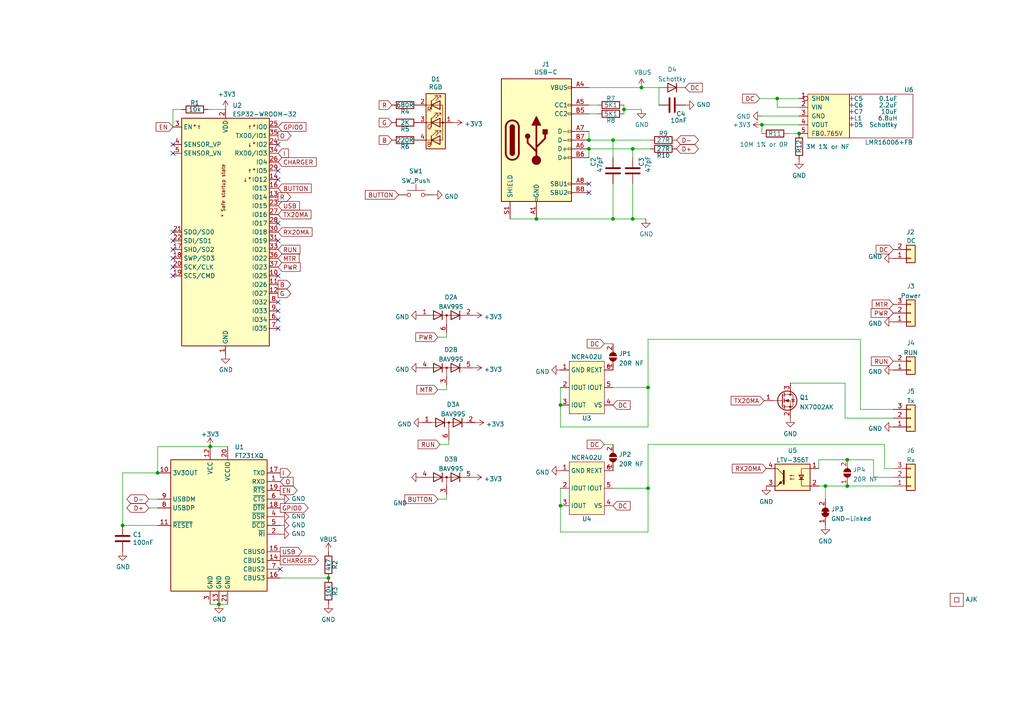
<source format=kicad_sch>
(kicad_sch (version 20211123) (generator eeschema)
  (paper "A4")
  (title_block (title "ASR33 controller") (date "${DATE}") (rev "1") (comment 1 "@TheRealRevK") (comment 2 "www.me.uk"))
  (lib_symbols
    (symbol "Connector:USB_C_Receptacle_USB2.0" (pin_names (offset 1.016))
      (property "Reference" "J" (at -10.16 19.05 0))
      (property "Value" "USB_C_Receptacle_USB2.0" (at 19.05 19.05 0))
      (symbol "USB_C_Receptacle_USB2.0_1_1"
        (pin passive line (at 0 -22.86 90) (length 5.08) (name "GND") (number "A1"))
        (pin passive line (at 0 -22.86 90) (length 5.08) hide (name "GND") (number "A12"))
        (pin passive line (at 15.24 15.24 180) (length 5.08) (name "VBUS") (number "A4"))
        (pin bidirectional line (at 15.24 10.16 180) (length 5.08) (name "CC1") (number "A5"))
        (pin bidirectional line (at 15.24 -2.54 180) (length 5.08) (name "D+") (number "A6"))
        (pin bidirectional line (at 15.24 2.54 180) (length 5.08) (name "D-") (number "A7"))
        (pin bidirectional line (at 15.24 -12.7 180) (length 5.08) (name "SBU1") (number "A8"))
        (pin passive line (at 15.24 15.24 180) (length 5.08) hide (name "VBUS") (number "A9"))
        (pin passive line (at 0 -22.86 90) (length 5.08) hide (name "GND") (number "B1"))
        (pin passive line (at 0 -22.86 90) (length 5.08) hide (name "GND") (number "B12"))
        (pin passive line (at 15.24 15.24 180) (length 5.08) hide (name "VBUS") (number "B4"))
        (pin bidirectional line (at 15.24 7.62 180) (length 5.08) (name "CC2") (number "B5"))
        (pin bidirectional line (at 15.24 -5.08 180) (length 5.08) (name "D+") (number "B6"))
        (pin bidirectional line (at 15.24 0 180) (length 5.08) (name "D-") (number "B7"))
        (pin bidirectional line (at 15.24 -15.24 180) (length 5.08) (name "SBU2") (number "B8"))
        (pin passive line (at 15.24 15.24 180) (length 5.08) hide (name "VBUS") (number "B9"))
        (pin passive line (at -7.62 -22.86 90) (length 5.08) (name "SHIELD") (number "S1"))
      )
    )
    (symbol "Connector_Generic:Conn_01x02" (pin_names (offset 1.016) hide)
      (property "Reference" "J" (at 0 2.54 0))
      (property "Value" "Conn_01x02" (at 0 -5.08 0))
      (symbol "Conn_01x02_1_1"
        (pin passive line (at -5.08 0 0) (length 3.81) (name "Pin_1") (number "1"))
        (pin passive line (at -5.08 -2.54 0) (length 3.81) (name "Pin_2") (number "2"))
      )
    )
    (symbol "Connector_Generic:Conn_01x03" (pin_names (offset 1.016) hide)
      (property "Reference" "J" (at 0 5.08 0))
      (property "Value" "Conn_01x03" (at 0 -5.08 0))
      (symbol "Conn_01x03_1_1"
        (pin passive line (at -5.08 2.54 0) (length 3.81) (name "Pin_1") (number "1"))
        (pin passive line (at -5.08 0 0) (length 3.81) (name "Pin_2") (number "2"))
        (pin passive line (at -5.08 -2.54 0) (length 3.81) (name "Pin_3") (number "3"))
      )
    )
    (symbol "Device:C" (pin_numbers hide) (pin_names (offset 0.254))
      (property "Reference" "C" (at 0.635 2.54 0))
      (property "Value" "C" (at 0.635 -2.54 0))
      (symbol "C_1_1"
        (pin passive line (at 0 3.81 270) (length 2.794) (name "~") (number "1"))
        (pin passive line (at 0 -3.81 90) (length 2.794) (name "~") (number "2"))
      )
    )
    (symbol "Device:D" (pin_numbers hide) (pin_names (offset 1.016) hide)
      (property "Reference" "D" (at 0 2.54 0))
      (property "Value" "D" (at 0 -2.54 0))
      (symbol "D_1_1"
        (pin passive line (at -3.81 0 0) (length 2.54) (name "K") (number "1"))
        (pin passive line (at 3.81 0 180) (length 2.54) (name "A") (number "2"))
      )
    )
    (symbol "Device:LED_ARGB" (pin_names (offset 0) hide)
      (property "Reference" "D" (at 0 9.398 0))
      (property "Value" "LED_ARGB" (at 0 -8.89 0))
      (symbol "LED_ARGB_0_0"
        (text "B" (at -1.905 -6.35 0) (effects (font (size 1.27 1.27))))
        (text "G" (at -1.905 -1.27 0) (effects (font (size 1.27 1.27))))
        (text "R" (at -1.905 3.81 0) (effects (font (size 1.27 1.27))))
      )
      (symbol "LED_ARGB_1_1"
        (pin passive line (at 5.08 0 180) (length 2.54) (name "A") (number "1"))
        (pin passive line (at -5.08 5.08 0) (length 2.54) (name "RK") (number "2"))
        (pin passive line (at -5.08 0 0) (length 2.54) (name "GK") (number "3"))
        (pin passive line (at -5.08 -5.08 0) (length 2.54) (name "BK") (number "4"))
      )
    )
    (symbol "Device:R" (pin_numbers hide) (pin_names (offset 0))
      (property "Reference" "R" (at 2.032 0 90))
      (property "Value" "R" (at 0 0 90))
      (symbol "R_1_1"
        (pin passive line (at 0 3.81 270) (length 1.27) (name "~") (number "1"))
        (pin passive line (at 0 -3.81 90) (length 1.27) (name "~") (number "2"))
      )
    )
    (symbol "Diode:BAV99S" (pin_names (offset 0.0254) hide)
      (property "Reference" "D" (at 0 2.54 0))
      (property "Value" "BAV99S" (at 0 5.08 0))
      (symbol "BAV99S_1_1"
        (pin passive line (at -7.62 0 0) (length 2.54) (name "A1") (number "1"))
        (pin passive line (at 7.62 0 180) (length 2.54) (name "K2") (number "2"))
        (pin passive line (at 0 -5.08 90) (length 2.54) (name "K3A4") (number "6"))
      )
      (symbol "BAV99S_2_1"
        (pin passive line (at 0 -5.08 90) (length 2.54) (name "K1A2") (number "3"))
        (pin passive line (at -7.62 0 0) (length 2.54) (name "A3") (number "4"))
        (pin passive line (at 7.62 0 180) (length 2.54) (name "K4") (number "5"))
      )
    )
    (symbol "Isolator:LTV-356T" (pin_names (offset 1.016))
      (property "Reference" "U" (at -5.334 4.826 0))
      (property "Value" "LTV-356T" (at 0 5.08 0))
      (symbol "LTV-356T_1_1"
        (pin passive line (at -7.62 2.54 0) (length 2.54) (name "~") (number "1"))
        (pin passive line (at -7.62 -2.54 0) (length 2.54) (name "~") (number "2"))
        (pin passive line (at 7.62 -2.54 180) (length 2.54) (name "~") (number "3"))
        (pin passive line (at 7.62 2.54 180) (length 2.54) (name "~") (number "4"))
      )
    )
    (symbol "Jumper:SolderJumper_2_Bridged" (pin_names (offset 0) hide)
      (property "Reference" "JP" (at 0 2.032 0))
      (property "Value" "SolderJumper_2_Bridged" (at 0 -2.54 0))
      (symbol "SolderJumper_2_Bridged_1_1"
        (pin passive line (at -3.81 0 0) (length 2.54) (name "A") (number "1"))
        (pin passive line (at 3.81 0 180) (length 2.54) (name "B") (number "2"))
      )
    )
    (symbol "Jumper:SolderJumper_2_Open" (pin_names (offset 0) hide)
      (property "Reference" "JP" (at 0 2.032 0))
      (property "Value" "SolderJumper_2_Open" (at 0 -2.54 0))
      (symbol "SolderJumper_2_Open_1_1"
        (pin passive line (at -3.81 0 0) (length 2.54) (name "A") (number "1"))
        (pin passive line (at 3.81 0 180) (length 2.54) (name "B") (number "2"))
      )
    )
    (symbol "RevK:AJK" (pin_names (offset 1.016)) (in_bom no)
      (property "Value" "AJK" (at 0 0 0))
    )
    (symbol "RevK:ESP32-WROOM-32"
      (property "Reference" "U" (at -12.7 34.29 0))
      (property "Value" "ESP32-WROOM-32" (at 1.27 34.29 0))
      (symbol "ESP32-WROOM-32_0_0"
        (text "* Safe startup state" (at -0.635 12.065 900) (effects (font (size 1 1))))
        (text "*↑" (at -9.525 30.48 0) (effects (font (size 1.27 1.27)) (justify left)))
        (text "↑*" (at 8.89 17.78 0) (effects (font (size 1.27 1.27)) (justify right)))
        (text "↑*" (at 8.89 30.48 0) (effects (font (size 1.27 1.27)) (justify right)))
        (text "↓*" (at 7.62 15.24 0) (effects (font (size 1.27 1.27)) (justify right)))
        (text "↓*" (at 8.89 25.4 0) (effects (font (size 1.27 1.27)) (justify right)))
      )
      (symbol "ESP32-WROOM-32_1_1"
        (pin power_in line (at 0 -35.56 90) (length 2.54) (name "GND") (number "1"))
        (pin bidirectional line (at 15.24 -12.7 180) (length 2.54) (name "IO25") (number "10"))
        (pin bidirectional line (at 15.24 -15.24 180) (length 2.54) (name "IO26") (number "11"))
        (pin bidirectional line (at 15.24 -17.78 180) (length 2.54) (name "IO27") (number "12"))
        (pin bidirectional line (at 15.24 10.16 180) (length 2.54) (name "IO14") (number "13"))
        (pin bidirectional line (at 15.24 15.24 180) (length 2.54) (name "IO12") (number "14"))
        (pin passive line (at 0 -35.56 90) (length 2.54) hide (name "GND") (number "15"))
        (pin bidirectional line (at 15.24 12.7 180) (length 2.54) (name "IO13") (number "16"))
        (pin bidirectional line (at -15.24 -5.08 0) (length 2.54) (name "SHD/SD2") (number "17"))
        (pin bidirectional line (at -15.24 -7.62 0) (length 2.54) (name "SWP/SD3") (number "18"))
        (pin bidirectional line (at -15.24 -12.7 0) (length 2.54) (name "SCS/CMD") (number "19"))
        (pin power_in line (at 0 35.56 270) (length 2.54) (name "VDD") (number "2"))
        (pin bidirectional line (at -15.24 -10.16 0) (length 2.54) (name "SCK/CLK") (number "20"))
        (pin bidirectional line (at -15.24 0 0) (length 2.54) (name "SDO/SD0") (number "21"))
        (pin bidirectional line (at -15.24 -2.54 0) (length 2.54) (name "SDI/SD1") (number "22"))
        (pin bidirectional line (at 15.24 7.62 180) (length 2.54) (name "IO15") (number "23"))
        (pin bidirectional line (at 15.24 25.4 180) (length 2.54) (name "IO2") (number "24"))
        (pin bidirectional line (at 15.24 30.48 180) (length 2.54) (name "IO0") (number "25"))
        (pin bidirectional line (at 15.24 20.32 180) (length 2.54) (name "IO4") (number "26"))
        (pin bidirectional line (at 15.24 5.08 180) (length 2.54) (name "IO16") (number "27"))
        (pin bidirectional line (at 15.24 2.54 180) (length 2.54) (name "IO17") (number "28"))
        (pin bidirectional line (at 15.24 17.78 180) (length 2.54) (name "IO5") (number "29"))
        (pin input line (at -15.24 30.48 0) (length 2.54) (name "EN") (number "3"))
        (pin bidirectional line (at 15.24 0 180) (length 2.54) (name "IO18") (number "30"))
        (pin bidirectional line (at 15.24 -2.54 180) (length 2.54) (name "IO19") (number "31"))
        (pin no_connect line (at -12.7 -27.94 0) (length 2.54) hide (name "NC") (number "32"))
        (pin bidirectional line (at 15.24 -5.08 180) (length 2.54) (name "IO21") (number "33"))
        (pin bidirectional line (at 15.24 22.86 180) (length 2.54) (name "RXD0/IO3") (number "34"))
        (pin bidirectional line (at 15.24 27.94 180) (length 2.54) (name "TXD0/IO1") (number "35"))
        (pin bidirectional line (at 15.24 -7.62 180) (length 2.54) (name "IO22") (number "36"))
        (pin bidirectional line (at 15.24 -10.16 180) (length 2.54) (name "IO23") (number "37"))
        (pin passive line (at 0 -35.56 90) (length 2.54) hide (name "GND") (number "38"))
        (pin passive line (at 0 -35.56 90) (length 2.54) hide (name "GND") (number "39"))
        (pin input line (at -15.24 25.4 0) (length 2.54) (name "SENSOR_VP") (number "4"))
        (pin input line (at -15.24 22.86 0) (length 2.54) (name "SENSOR_VN") (number "5"))
        (pin input line (at 15.24 -25.4 180) (length 2.54) (name "IO34") (number "6"))
        (pin input line (at 15.24 -27.94 180) (length 2.54) (name "IO35") (number "7"))
        (pin bidirectional line (at 15.24 -20.32 180) (length 2.54) (name "IO32") (number "8"))
        (pin bidirectional line (at 15.24 -22.86 180) (length 2.54) (name "IO33") (number "9"))
      )
    )
    (symbol "RevK:FT231XQ"
      (property "Reference" "U" (at -13.97 20.32 0))
      (property "Value" "FT231XQ" (at 6.35 20.32 0))
      (symbol "FT231XQ_1_1"
        (pin input line (at 17.78 12.7 180) (length 3.81) (name "RXD") (number "1"))
        (pin power_out line (at -17.78 15.24 0) (length 3.81) (name "3V3OUT") (number "10"))
        (pin input line (at -17.78 0 0) (length 3.81) (name "~{RESET}") (number "11"))
        (pin power_in line (at -2.54 22.86 270) (length 3.81) (name "VCC") (number "12"))
        (pin power_in line (at 0 -22.86 90) (length 3.81) (name "GND") (number "13"))
        (pin bidirectional line (at 17.78 -10.16 180) (length 3.81) (name "CBUS1") (number "14"))
        (pin bidirectional line (at 17.78 -7.62 180) (length 3.81) (name "CBUS0") (number "15"))
        (pin bidirectional line (at 17.78 -15.24 180) (length 3.81) (name "CBUS3") (number "16"))
        (pin output line (at 17.78 15.24 180) (length 3.81) (name "TXD") (number "17"))
        (pin output line (at 17.78 5.08 180) (length 3.81) (name "~{DTR}") (number "18"))
        (pin output line (at 17.78 10.16 180) (length 3.81) (name "~{RTS}") (number "19"))
        (pin input line (at 17.78 -2.54 180) (length 3.81) (name "~{RI}") (number "2"))
        (pin power_in line (at 2.54 22.86 270) (length 3.81) (name "VCCIO") (number "20"))
        (pin power_in line (at 2.54 -22.86 90) (length 3.81) (name "GND") (number "21"))
        (pin power_in line (at -2.54 -22.86 90) (length 3.81) (name "GND") (number "3"))
        (pin input line (at 17.78 2.54 180) (length 3.81) (name "~{DSR}") (number "4"))
        (pin input line (at 17.78 0 180) (length 3.81) (name "~{DCD}") (number "5"))
        (pin input line (at 17.78 7.62 180) (length 3.81) (name "~{CTS}") (number "6"))
        (pin bidirectional line (at 17.78 -12.7 180) (length 3.81) (name "CBUS2") (number "7"))
        (pin bidirectional line (at -17.78 5.08 0) (length 3.81) (name "USBDP") (number "8"))
        (pin bidirectional line (at -17.78 7.62 0) (length 3.81) (name "USBDM") (number "9"))
      )
    )
    (symbol "RevK:Hidden" (pin_names (offset 1.016))
      (property "Reference" "Z" (at 0.635 0 0))
      (property "Value" "Hidden" (at 4.445 0 0))
      (symbol "Hidden_1_1"
        (pin no_connect non_logic (at 0 -2.54 90) (length 2.54) hide (name "~") (number "~"))
      )
    )
    (symbol "RevK:LMR16006+FB" (pin_names (offset 1.016))
      (property "Reference" "U" (at 11.43 2.54 0))
      (property "Value" "LMR16006+FB" (at 7.62 -12.7 0))
      (symbol "LMR16006+FB_0_0"
        (text "0.765V" (at 12.7 -10.16 0) (effects (font (size 1.27 1.27)) (justify right)))
      )
      (symbol "LMR16006+FB_1_1"
        (pin input inverted (at 0 0 0) (length 2.54) (name "SHDN") (number "1"))
        (pin power_in line (at 0 -2.54 0) (length 2.54) (name "VIN") (number "2"))
        (pin power_in line (at 0 -5.08 0) (length 2.54) (name "GND") (number "3"))
        (pin power_out line (at 0 -7.62 0) (length 2.54) (name "VOUT") (number "4"))
        (pin passive line (at 0 -10.16 0) (length 2.54) (name "FB") (number "5"))
      )
    )
    (symbol "RevK:NCR402U"
      (property "Reference" "U" (at 0 -8.89 0))
      (property "Value" "NCR402U" (at 0 8.89 0))
      (symbol "NCR402U_1_1"
        (pin power_in line (at -7.62 5.08 0) (length 2.54) (name "GND") (number "1"))
        (pin passive line (at -7.62 0 0) (length 2.54) (name "IOUT") (number "2"))
        (pin passive line (at -7.62 -5.08 0) (length 2.54) (name "IOUT") (number "3"))
        (pin power_in line (at 7.62 -5.08 180) (length 2.54) (name "VS") (number "4"))
        (pin passive line (at 7.62 0 180) (length 2.54) (name "IOUT") (number "5"))
        (pin passive line (at 7.62 5.08 180) (length 2.54) (name "REXT") (number "6"))
      )
    )
    (symbol "RevK:NX7002AK" (pin_names (offset 0) hide)
      (property "Reference" "Q" (at 5.08 1.27 0))
      (property "Value" "NX7002AK" (at 5.08 -1.27 0))
      (symbol "NX7002AK_1_1"
        (pin input line (at -5.08 0 0) (length 2.54) (name "G") (number "1"))
        (pin passive line (at 2.54 -5.08 90) (length 2.54) (name "S") (number "2"))
        (pin passive line (at 2.54 5.08 270) (length 2.54) (name "D") (number "3"))
      )
    )
    (symbol "RevK:QR" (pin_names (offset 1.016)) (in_bom no))
    (symbol "Switch:SW_Push" (pin_numbers hide) (pin_names (offset 1.016) hide)
      (property "Reference" "SW" (at 1.27 2.54 0))
      (property "Value" "SW_Push" (at 0 -1.524 0))
      (symbol "SW_Push_0_1"
        (pin passive line (at -5.08 0 0) (length 2.54) (name "1") (number "1"))
        (pin passive line (at 5.08 0 180) (length 2.54) (name "2") (number "2"))
      )
    )
    (symbol "power:+3.3V" (power) (pin_names (offset 0))
      (property "Value" "+3.3V" (at 0 3.556 0))
      (symbol "+3.3V_1_1"
        (pin power_in line (at 0 0 90) (length 0) hide (name "+3V3") (number "1"))
      )
    )
    (symbol "power:GND" (power) (pin_names (offset 0))
      (property "Value" "GND" (at 0 -3.81 0))
      (symbol "GND_1_1"
        (pin power_in line (at 0 0 270) (length 0) hide (name "GND") (number "1"))
      )
    )
    (symbol "power:VBUS" (power) (pin_names (offset 0))
      (property "Value" "VBUS" (at 0 3.81 0))
      (symbol "VBUS_1_1"
        (pin power_in line (at 0 0 90) (length 0) hide (name "VBUS") (number "1"))
      )
    )
  )
  (junction (at 183.515 43.18))
  (junction (at 231.775 38.735))
  (junction (at 187.96 112.395))
  (junction (at 162.56 117.475))
  (junction (at 183.515 63.5))
  (junction (at 170.815 43.18))
  (junction (at 60.96 129.54))
  (junction (at 45.72 137.16))
  (junction (at 225.425 28.575))
  (junction (at 187.96 141.605))
  (junction (at 95.25 167.64))
  (junction (at 245.745 133.35))
  (junction (at 155.575 63.5))
  (junction (at 63.5 175.26))
  (junction (at 35.56 152.4))
  (junction (at 239.395 140.97))
  (junction (at 177.8 63.5))
  (junction (at 220.98 36.195))
  (junction (at 186.055 25.4))
  (junction (at 245.745 140.97))
  (junction (at 177.8 40.64))
  (junction (at 162.56 146.685))
  (junction (at 180.975 31.75))
  (junction (at 170.815 40.64))
  (no_connect (at 80.645 49.53))
  (no_connect (at 170.815 53.34))
  (no_connect (at 80.645 41.91))
  (no_connect (at 50.165 80.01))
  (no_connect (at 50.165 74.93))
  (no_connect (at 50.165 69.85))
  (no_connect (at 80.645 92.71))
  (no_connect (at 80.645 95.25))
  (no_connect (at 80.645 90.17))
  (no_connect (at 80.645 80.01))
  (no_connect (at 50.165 67.31))
  (no_connect (at 80.645 52.07))
  (no_connect (at 80.645 64.77))
  (no_connect (at 50.165 44.45))
  (no_connect (at 80.645 69.85))
  (no_connect (at 80.645 87.63))
  (no_connect (at 50.165 72.39))
  (no_connect (at 81.28 165.1))
  (no_connect (at 170.815 55.88))
  (no_connect (at 50.165 77.47))
  (no_connect (at 50.165 41.91))
  (wire (pts (xy 129.54 144.78) (xy 127 144.78)))
  (wire (pts (xy 187.96 141.605) (xy 187.96 154.305)))
  (wire (pts (xy 187.96 112.395) (xy 187.96 98.425)))
  (wire (pts (xy 183.515 43.18) (xy 188.595 43.18)))
  (wire (pts (xy 177.8 53.34) (xy 177.8 63.5)))
  (wire (pts (xy 35.56 152.4) (xy 45.72 152.4)))
  (wire (pts (xy 180.975 31.75) (xy 180.975 33.02)))
  (wire (pts (xy 177.8 141.605) (xy 187.96 141.605)))
  (wire (pts (xy 187.96 98.425) (xy 249.555 98.425)))
  (wire (pts (xy 186.055 25.4) (xy 191.135 25.4)))
  (wire (pts (xy 239.395 140.97) (xy 239.395 144.78)))
  (wire (pts (xy 245.11 111.125) (xy 245.11 121.285)))
  (wire (pts (xy 162.56 146.685) (xy 162.56 154.305)))
  (wire (pts (xy 187.96 141.605) (xy 187.96 128.905)))
  (wire (pts (xy 130.175 127.635) (xy 130.175 128.905)))
  (wire (pts (xy 183.515 63.5) (xy 187.325 63.5)))
  (wire (pts (xy 129.54 143.51) (xy 129.54 144.78)))
  (wire (pts (xy 225.425 28.575) (xy 225.425 31.115)))
  (wire (pts (xy 170.815 40.64) (xy 177.8 40.64)))
  (wire (pts (xy 225.425 28.575) (xy 231.775 28.575)))
  (wire (pts (xy 191.135 25.4) (xy 191.135 30.48)))
  (wire (pts (xy 162.56 112.395) (xy 162.56 117.475)))
  (wire (pts (xy 237.49 135.89) (xy 237.49 133.35)))
  (wire (pts (xy 220.98 36.195) (xy 231.775 36.195)))
  (wire (pts (xy 81.28 167.64) (xy 95.25 167.64)))
  (wire (pts (xy 228.6 38.735) (xy 231.775 38.735)))
  (wire (pts (xy 35.56 152.4) (xy 35.56 137.16)))
  (wire (pts (xy 52.705 31.75) (xy 50.165 31.75)))
  (wire (pts (xy 162.56 141.605) (xy 162.56 146.685)))
  (wire (pts (xy 50.165 31.75) (xy 50.165 36.83)))
  (wire (pts (xy 175.26 128.905) (xy 177.8 128.905)))
  (wire (pts (xy 249.555 118.745) (xy 259.08 118.745)))
  (wire (pts (xy 220.98 36.195) (xy 220.98 38.735)))
  (wire (pts (xy 129.54 113.03) (xy 127 113.03)))
  (wire (pts (xy 245.745 133.35) (xy 253.365 133.35)))
  (wire (pts (xy 253.365 138.43) (xy 259.08 138.43)))
  (wire (pts (xy 183.515 43.18) (xy 183.515 45.72)))
  (wire (pts (xy 45.72 137.16) (xy 45.72 129.54)))
  (wire (pts (xy 147.955 63.5) (xy 155.575 63.5)))
  (wire (pts (xy 187.96 112.395) (xy 187.96 123.825)))
  (wire (pts (xy 239.395 140.97) (xy 245.745 140.97)))
  (wire (pts (xy 170.815 38.1) (xy 170.815 40.64)))
  (wire (pts (xy 177.8 63.5) (xy 183.515 63.5)))
  (wire (pts (xy 186.055 31.75) (xy 180.975 31.75)))
  (wire (pts (xy 177.8 112.395) (xy 187.96 112.395)))
  (wire (pts (xy 63.5 175.26) (xy 66.04 175.26)))
  (wire (pts (xy 45.72 144.78) (xy 43.18 144.78)))
  (wire (pts (xy 155.575 63.5) (xy 177.8 63.5)))
  (wire (pts (xy 245.11 121.285) (xy 259.08 121.285)))
  (wire (pts (xy 170.815 45.72) (xy 170.815 43.18)))
  (wire (pts (xy 175.26 99.695) (xy 177.8 99.695)))
  (wire (pts (xy 180.975 30.48) (xy 180.975 31.75)))
  (wire (pts (xy 237.49 133.35) (xy 245.745 133.35)))
  (wire (pts (xy 245.745 140.97) (xy 259.08 140.97)))
  (wire (pts (xy 130.175 128.905) (xy 127.635 128.905)))
  (wire (pts (xy 45.72 129.54) (xy 60.96 129.54)))
  (wire (pts (xy 162.56 123.825) (xy 187.96 123.825)))
  (wire (pts (xy 129.54 111.76) (xy 129.54 113.03)))
  (wire (pts (xy 60.96 129.54) (xy 66.04 129.54)))
  (wire (pts (xy 162.56 154.305) (xy 187.96 154.305)))
  (wire (pts (xy 220.345 28.575) (xy 225.425 28.575)))
  (wire (pts (xy 170.815 30.48) (xy 173.355 30.48)))
  (wire (pts (xy 170.815 33.02) (xy 173.355 33.02)))
  (wire (pts (xy 60.325 31.75) (xy 65.405 31.75)))
  (wire (pts (xy 170.815 43.18) (xy 183.515 43.18)))
  (wire (pts (xy 129.54 97.79) (xy 127 97.79)))
  (wire (pts (xy 237.49 140.97) (xy 239.395 140.97)))
  (wire (pts (xy 162.56 117.475) (xy 162.56 123.825)))
  (wire (pts (xy 229.235 111.125) (xy 245.11 111.125)))
  (wire (pts (xy 43.18 147.32) (xy 45.72 147.32)))
  (wire (pts (xy 249.555 98.425) (xy 249.555 118.745)))
  (wire (pts (xy 129.54 96.52) (xy 129.54 97.79)))
  (wire (pts (xy 253.365 133.35) (xy 253.365 138.43)))
  (wire (pts (xy 183.515 53.34) (xy 183.515 63.5)))
  (wire (pts (xy 35.56 137.16) (xy 45.72 137.16)))
  (wire (pts (xy 220.98 33.655) (xy 231.775 33.655)))
  (wire (pts (xy 60.96 175.26) (xy 63.5 175.26)))
  (wire (pts (xy 170.815 25.4) (xy 186.055 25.4)))
  (wire (pts (xy 256.54 128.905) (xy 256.54 135.89)))
  (wire (pts (xy 225.425 31.115) (xy 231.775 31.115)))
  (wire (pts (xy 177.8 40.64) (xy 177.8 45.72)))
  (wire (pts (xy 177.8 40.64) (xy 188.595 40.64)))
  (wire (pts (xy 187.96 128.905) (xy 256.54 128.905)))
  (wire (pts (xy 256.54 135.89) (xy 259.08 135.89)))
  (global_label "MTR" (shape input) (at 127 113.03 180) (property "Intersheet References" "${INTERSHEET_REFS}" (effects hide)))
  (global_label "D-" (shape bidirectional) (at 43.18 144.78 180) (property "Intersheet References" "${INTERSHEET_REFS}" (effects hide)))
  (global_label "CHARGER" (shape output) (at 81.28 162.56 0) (property "Intersheet References" "${INTERSHEET_REFS}" (effects hide)))
  (global_label "G" (shape input) (at 113.665 35.56 180) (property "Intersheet References" "${INTERSHEET_REFS}" (effects hide)))
  (global_label "DC" (shape input) (at 220.345 28.575 180) (property "Intersheet References" "${INTERSHEET_REFS}" (effects hide)))
  (global_label "DC" (shape input) (at 175.26 99.695 180) (property "Intersheet References" "${INTERSHEET_REFS}" (effects hide)))
  (global_label "CHARGER" (shape input) (at 80.645 46.99 0) (property "Intersheet References" "${INTERSHEET_REFS}" (effects hide)))
  (global_label "RUN" (shape input) (at 127.635 128.905 180) (property "Intersheet References" "${INTERSHEET_REFS}" (effects hide)))
  (global_label "EN" (shape input) (at 50.165 36.83 180) (property "Intersheet References" "${INTERSHEET_REFS}" (effects hide)))
  (global_label "GPIO0" (shape input) (at 80.645 36.83 0) (property "Intersheet References" "${INTERSHEET_REFS}" (effects hide)))
  (global_label "RUN" (shape input) (at 259.08 104.775 180) (property "Intersheet References" "${INTERSHEET_REFS}" (effects hide)))
  (global_label "BUTTON" (shape input) (at 80.645 54.61 0) (property "Intersheet References" "${INTERSHEET_REFS}" (effects hide)))
  (global_label "RX20MA" (shape input) (at 80.645 67.31 0) (property "Intersheet References" "${INTERSHEET_REFS}" (effects hide)))
  (global_label "USB" (shape output) (at 81.28 160.02 0) (property "Intersheet References" "${INTERSHEET_REFS}" (effects hide)))
  (global_label "PWR" (shape input) (at 259.08 90.805 180) (property "Intersheet References" "${INTERSHEET_REFS}" (effects hide)))
  (global_label "O" (shape output) (at 80.645 39.37 0) (property "Intersheet References" "${INTERSHEET_REFS}" (effects hide)))
  (global_label "MTR" (shape input) (at 80.645 74.93 0) (property "Intersheet References" "${INTERSHEET_REFS}" (effects hide)))
  (global_label "DC" (shape input) (at 175.26 128.905 180) (property "Intersheet References" "${INTERSHEET_REFS}" (effects hide)))
  (global_label "RX20MA" (shape input) (at 222.25 135.89 180) (property "Intersheet References" "${INTERSHEET_REFS}" (effects hide)))
  (global_label "DC" (shape input) (at 177.8 146.685 0) (property "Intersheet References" "${INTERSHEET_REFS}" (effects hide)))
  (global_label "D+" (shape bidirectional) (at 196.215 43.18 0) (property "Intersheet References" "${INTERSHEET_REFS}" (effects hide)))
  (global_label "PWR" (shape input) (at 80.645 77.47 0) (property "Intersheet References" "${INTERSHEET_REFS}" (effects hide)))
  (global_label "G" (shape output) (at 80.645 85.09 0) (property "Intersheet References" "${INTERSHEET_REFS}" (effects hide)))
  (global_label "D+" (shape bidirectional) (at 43.18 147.32 180) (property "Intersheet References" "${INTERSHEET_REFS}" (effects hide)))
  (global_label "I" (shape input) (at 80.645 44.45 0) (property "Intersheet References" "${INTERSHEET_REFS}" (effects hide)))
  (global_label "B" (shape input) (at 113.665 40.64 180) (property "Intersheet References" "${INTERSHEET_REFS}" (effects hide)))
  (global_label "PWR" (shape input) (at 127 97.79 180) (property "Intersheet References" "${INTERSHEET_REFS}" (effects hide)))
  (global_label "D-" (shape bidirectional) (at 196.215 40.64 0) (property "Intersheet References" "${INTERSHEET_REFS}" (effects hide)))
  (global_label "BUTTON" (shape input) (at 127 144.78 180) (property "Intersheet References" "${INTERSHEET_REFS}" (effects hide)))
  (global_label "TX20MA" (shape input) (at 80.645 62.23 0) (property "Intersheet References" "${INTERSHEET_REFS}" (effects hide)))
  (global_label "GPIO0" (shape output) (at 81.28 147.32 0) (property "Intersheet References" "${INTERSHEET_REFS}" (effects hide)))
  (global_label "USB" (shape input) (at 80.645 59.69 0) (property "Intersheet References" "${INTERSHEET_REFS}" (effects hide)))
  (global_label "MTR" (shape input) (at 259.08 88.265 180) (property "Intersheet References" "${INTERSHEET_REFS}" (effects hide)))
  (global_label "DC" (shape input) (at 259.08 72.39 180) (property "Intersheet References" "${INTERSHEET_REFS}" (effects hide)))
  (global_label "R" (shape output) (at 80.645 57.15 0) (property "Intersheet References" "${INTERSHEET_REFS}" (effects hide)))
  (global_label "DC" (shape input) (at 198.755 25.4 0) (property "Intersheet References" "${INTERSHEET_REFS}" (effects hide)))
  (global_label "DC" (shape input) (at 177.8 117.475 0) (property "Intersheet References" "${INTERSHEET_REFS}" (effects hide)))
  (global_label "EN" (shape output) (at 81.28 142.24 0) (property "Intersheet References" "${INTERSHEET_REFS}" (effects hide)))
  (global_label "I" (shape output) (at 81.28 137.16 0) (property "Intersheet References" "${INTERSHEET_REFS}" (effects hide)))
  (global_label "BUTTON" (shape input) (at 115.57 56.515 180) (property "Intersheet References" "${INTERSHEET_REFS}" (effects hide)))
  (global_label "R" (shape input) (at 113.665 30.48 180) (property "Intersheet References" "${INTERSHEET_REFS}" (effects hide)))
  (global_label "RUN" (shape input) (at 80.645 72.39 0) (property "Intersheet References" "${INTERSHEET_REFS}" (effects hide)))
  (global_label "B" (shape output) (at 80.645 82.55 0) (property "Intersheet References" "${INTERSHEET_REFS}" (effects hide)))
  (global_label "TX20MA" (shape input) (at 221.615 116.205 180) (property "Intersheet References" "${INTERSHEET_REFS}" (effects hide)))
  (global_label "O" (shape input) (at 81.28 139.7 0) (property "Intersheet References" "${INTERSHEET_REFS}" (effects hide)))
  (symbol (lib_id "Device:R") (at 177.165 30.48 90) (unit 1)
    (property "Reference" "R7" (at 177.165 28.575 90))
    (property "Value" "5K1" (at 177.165 30.48 90))
    (property "Footprint" "RevK:R_0603" (effects hide))
  )
  (symbol (lib_id "power:VBUS") (at 186.055 25.4 0) (unit 1)
    (property "Reference" "#PWR024" (effects hide))
    (property "Value" "VBUS" (at 186.436 21.0058 0))
  )
  (symbol (lib_id "power:+3.3V") (at 65.405 31.75 0) (unit 1)
    (property "Reference" "#PWR04" (effects hide))
    (property "Value" "+3.3V" (at 65.786 27.3558 0))
  )
  (symbol (lib_id "power:GND") (at 186.055 31.75 0) (unit 1)
    (property "Reference" "#PWR025" (effects hide))
    (property "Value" "GND" (at 186.182 36.1442 0))
  )
  (symbol (lib_id "power:GND") (at 187.325 63.5 0) (unit 1)
    (property "Reference" "#PWR026" (effects hide))
    (property "Value" "GND" (at 187.452 67.8942 0))
  )
  (symbol (lib_id "Device:R") (at 177.165 33.02 270) (unit 1)
    (property "Reference" "R8" (at 177.165 34.925 90))
    (property "Value" "5K1" (at 177.165 33.02 90))
    (property "Footprint" "RevK:R_0603" (effects hide))
  )
  (symbol (lib_id "power:GND") (at 81.28 144.78 90) (unit 1)
    (property "Reference" "#PWR06" (effects hide))
    (property "Value" "GND" (at 84.5312 144.653 90) (effects (justify right)))
  )
  (symbol (lib_id "power:GND") (at 81.28 149.86 90) (unit 1)
    (property "Reference" "#PWR07" (effects hide))
    (property "Value" "GND" (at 84.5312 149.733 90) (effects (justify right)))
  )
  (symbol (lib_id "power:GND") (at 81.28 152.4 90) (unit 1)
    (property "Reference" "#PWR08" (effects hide))
    (property "Value" "GND" (at 84.5312 152.273 90) (effects (justify right)))
  )
  (symbol (lib_id "power:GND") (at 81.28 154.94 90) (unit 1)
    (property "Reference" "#PWR09" (effects hide))
    (property "Value" "GND" (at 84.5312 154.813 90) (effects (justify right)))
  )
  (symbol (lib_id "power:GND") (at 63.5 175.26 0) (unit 1)
    (property "Reference" "#PWR03" (effects hide))
    (property "Value" "GND" (at 63.627 179.6542 0))
  )
  (symbol (lib_id "power:GND") (at 220.98 33.655 270) (unit 1)
    (property "Reference" "#PWR028" (effects hide))
    (property "Value" "GND" (at 217.7288 33.782 90) (effects (justify right)))
  )
  (symbol (lib_id "power:+3.3V") (at 220.98 36.195 90) (unit 1)
    (property "Reference" "#PWR029" (effects hide))
    (property "Value" "+3.3V" (at 217.805 36.195 90) (effects (justify left)))
  )
  (symbol (lib_id "power:GND") (at 65.405 102.87 0) (unit 1)
    (property "Reference" "#PWR05" (effects hide))
    (property "Value" "GND" (at 65.532 107.2642 0))
  )
  (symbol (lib_id "Device:C") (at 35.56 156.21 0) (unit 1)
    (property "Reference" "C1" (at 38.481 155.0416 0) (effects (justify left)))
    (property "Value" "100nF" (at 38.481 157.353 0) (effects (justify left)))
    (property "Footprint" "RevK:C_0603" (effects hide))
  )
  (symbol (lib_id "power:GND") (at 35.56 160.02 0) (unit 1)
    (property "Reference" "#PWR01" (effects hide))
    (property "Value" "GND" (at 35.687 164.4142 0))
  )
  (symbol (lib_id "Device:R") (at 117.475 40.64 270) (unit 1)
    (property "Reference" "R6" (at 117.475 42.545 90))
    (property "Value" "220R" (at 117.475 40.64 90))
    (property "Footprint" "RevK:R_0603" (effects hide))
  )
  (symbol (lib_id "power:+3.3V") (at 131.445 35.56 270) (unit 1)
    (property "Reference" "#PWR017" (effects hide))
    (property "Value" "+3.3V" (at 134.6962 35.941 90) (effects (justify left)))
  )
  (symbol (lib_id "Device:LED_ARGB") (at 126.365 35.56 0) (unit 1)
    (property "Reference" "D1" (at 126.365 22.9362 0))
    (property "Value" "RGB" (at 126.365 25.2476 0))
    (property "Footprint" "RevK:LED-RGB-1.6x1.6" (effects hide))
    (property "Manufacturer" "Kingbright" (effects hide))
    (property "Part No" "APTF1616LSEEZGKQBKC" (effects hide))
  )
  (symbol (lib_id "Device:R") (at 117.475 30.48 270) (unit 1)
    (property "Reference" "R4" (at 117.475 32.385 90))
    (property "Value" "680R" (at 117.475 30.48 90))
    (property "Footprint" "RevK:R_0603" (effects hide))
  )
  (symbol (lib_id "Device:C") (at 194.945 30.48 270) (unit 1)
    (property "Reference" "C4" (at 197.485 33.02 90))
    (property "Value" "10nF" (at 196.85 34.925 90))
    (property "Footprint" "RevK:C_0603" (effects hide))
  )
  (symbol (lib_id "Device:R") (at 117.475 35.56 270) (unit 1)
    (property "Reference" "R5" (at 117.475 37.465 90))
    (property "Value" "2K" (at 117.475 35.56 90))
    (property "Footprint" "RevK:R_0603" (effects hide))
  )
  (symbol (lib_id "power:GND") (at 198.755 30.48 90) (unit 1)
    (property "Reference" "#PWR027" (effects hide))
    (property "Value" "GND" (at 202.0062 30.353 90) (effects (justify right)))
  )
  (symbol (lib_id "Device:C") (at 177.8 49.53 0) (unit 1)
    (property "Reference" "C2" (at 172.085 46.99 90))
    (property "Value" "47pF" (at 173.99 47.625 90))
    (property "Footprint" "RevK:C_0603" (effects hide))
  )
  (symbol (lib_id "Device:C") (at 183.515 49.53 0) (unit 1)
    (property "Reference" "C3" (at 186.055 46.99 90))
    (property "Value" "47pF" (at 187.96 47.625 90))
    (property "Footprint" "RevK:C_0603" (effects hide))
  )
  (symbol (lib_id "Connector:USB_C_Receptacle_USB2.0") (at 155.575 40.64 0) (unit 1)
    (property "Reference" "J1" (at 158.2928 18.6182 0))
    (property "Value" "USB-C" (at 158.2928 20.9296 0))
    (property "Footprint" "RevK:USC16-TR-Round" (effects hide))
    (property "Datasheet" "https://www.usb.org/sites/default/files/documents/usb_type-c.zip" (effects hide))
    (property "Manufacturer" "Valcon" (effects hide))
    (property "Part No" "CSP-USC16-TR" (effects hide))
    (property "Order URL" "https://www.toby.co.uk/signal-to-board-connectors/usb-connectors/csp-usc16-tr-valcon-usb-type-c-surface-mount-pcb-socket/" (effects hide))
  )
  (symbol (lib_id "Device:R") (at 192.405 40.64 90) (unit 1)
    (property "Reference" "R9" (at 192.405 38.735 90))
    (property "Value" "27R" (at 192.405 40.64 90))
    (property "Footprint" "RevK:R_0603" (effects hide))
  )
  (symbol (lib_id "Device:R") (at 192.405 43.18 270) (unit 1)
    (property "Reference" "R10" (at 192.405 45.085 90))
    (property "Value" "27R" (at 192.405 43.18 90))
    (property "Footprint" "RevK:R_0603" (effects hide))
  )
  (symbol (lib_id "RevK:Hidden") (at 247.015 28.575 0) (unit 1)
    (property "Reference" "C5" (at 247.65 28.575 0) (effects (justify left)))
    (property "Value" "0.1uF" (at 260.35 28.575 0) (effects (justify right)))
    (property "Footprint" "RevK:Hidden" (effects hide))
    (property "Note" "X7R or X5R 0603" (effects hide))
  )
  (symbol (lib_id "RevK:Hidden") (at 247.015 30.48 0) (unit 1)
    (property "Reference" "C6" (at 247.65 30.48 0) (effects (justify left)))
    (property "Value" "2.2uF" (at 260.35 30.48 0) (effects (justify right)))
    (property "Footprint" "RevK:Hidden" (effects hide))
    (property "Note" "0603 or 0805" (effects hide))
  )
  (symbol (lib_id "RevK:Hidden") (at 247.015 32.385 0) (unit 1)
    (property "Reference" "C7" (at 247.65 32.385 0) (effects (justify left)))
    (property "Value" "10uF" (at 260.35 32.385 0) (effects (justify right)))
    (property "Footprint" "RevK:Hidden" (effects hide))
    (property "Note" "0603 or 0805" (effects hide))
  )
  (symbol (lib_id "RevK:Hidden") (at 247.015 34.29 0) (unit 1)
    (property "Reference" "L1" (at 247.65 34.29 0) (effects (justify left)))
    (property "Value" "6.8uH" (at 260.35 34.29 0) (effects (justify right)))
    (property "Footprint" "RevK:Hidden" (effects hide))
    (property "Datasheet" "https://www.mouser.co.uk/datasheet/2/987/Laird_Performance_TYA4020_series__Rev_A_-1877538.pdf" (effects hide))
    (property "Manufacturer" "Laird" (effects hide))
    (property "Part No" "TYA4020" (effects hide))
  )
  (symbol (lib_id "RevK:Hidden") (at 247.015 36.195 0) (unit 1)
    (property "Reference" "D5" (at 247.65 36.195 0) (effects (justify left)))
    (property "Value" "Schottky" (at 260.35 36.195 0) (effects (justify right)))
    (property "Footprint" "RevK:Hidden" (effects hide))
    (property "Datasheet" "https://www.mouser.co.uk/datasheet/2/54/CD1206-B220_B2100-777245.pdf" (effects hide))
    (property "Manufacturer" "Bourns" (effects hide))
    (property "Part No" "CD1206-B2100" (effects hide))
  )
  (symbol (lib_id "Device:R") (at 95.25 163.83 0) (unit 1)
    (property "Reference" "R2" (at 97.155 163.83 90))
    (property "Value" "4k7" (at 95.25 163.83 90))
    (property "Footprint" "RevK:R_0603" (effects hide))
  )
  (symbol (lib_id "Diode:BAV99S") (at 129.54 91.44 0) (unit 1)
    (property "Reference" "D2" (at 130.81 86.2035 0))
    (property "Value" "BAV99S" (at 130.81 88.9786 0))
    (property "Footprint" "Package_TO_SOT_SMD:SOT-363_SC-70-6" (effects hide))
    (property "Datasheet" "https://assets.nexperia.com/documents/data-sheet/BAV99_SER.pdf" (effects hide))
  )
  (symbol (lib_id "RevK:QR") (at 277.495 173.99 0) (unit 1) (in_bom no)
    (property "Reference" "U7" (effects hide))
    (property "Value" "QR" (effects hide))
    (property "Footprint" "RevK:QR-ASR33" (effects hide))
    (property "Note" "Non part, PCB printed" (effects hide))
  )
  (symbol (lib_id "Connector_Generic:Conn_01x02") (at 264.16 74.93 0) (mirror x) (unit 1)
    (property "Reference" "J2" (at 262.89 67.31 0) (effects (justify left)))
    (property "Value" "DC" (at 262.89 69.85 0) (effects (justify left)))
    (property "Footprint" "RevK:Molex_MiniSPOX_H2RA" (effects hide))
  )
  (symbol (lib_id "power:GND") (at 121.92 106.68 270) (unit 1)
    (property "Reference" "#PWR013" (effects hide))
    (property "Value" "GND" (at 118.7451 107.159 90) (effects (justify right)))
  )
  (symbol (lib_id "power:VBUS") (at 95.25 160.02 0) (unit 1)
    (property "Reference" "#PWR010" (effects hide))
    (property "Value" "VBUS" (at 95.25 156.4442 0))
  )
  (symbol (lib_id "RevK:AJK") (at 279.4 173.355 0) (unit 1) (in_bom no)
    (property "Reference" "Logo1" (effects hide))
    (property "Value" "AJK" (at 280.035 173.834 0) (effects (justify left)))
    (property "Footprint" "RevK:AJK" (effects hide))
    (property "Note" "Non part, PCB printed" (effects hide))
  )
  (symbol (lib_id "Isolator:LTV-356T") (at 229.87 138.43 0) (mirror y) (unit 1)
    (property "Reference" "U5" (at 229.87 130.6535 0))
    (property "Value" "LTV-356T" (at 229.87 133.4286 0))
    (property "Footprint" "Package_SO:SO-4_4.4x3.6mm_P2.54mm" (effects hide))
    (property "Datasheet" "http://optoelectronics.liteon.com/upload/download/DS70-2001-010/S_110_LTV-356T%2020140520.pdf" (effects hide))
  )
  (symbol (lib_id "Diode:BAV99S") (at 130.175 122.555 0) (unit 1)
    (property "Reference" "D3" (at 131.445 117.3185 0))
    (property "Value" "BAV99S" (at 131.445 120.0936 0))
    (property "Footprint" "Package_TO_SOT_SMD:SOT-363_SC-70-6" (effects hide))
    (property "Datasheet" "https://assets.nexperia.com/documents/data-sheet/BAV99_SER.pdf" (effects hide))
  )
  (symbol (lib_id "power:GND") (at 239.395 152.4 0) (unit 1)
    (property "Reference" "#PWR033" (effects hide))
    (property "Value" "GND" (at 239.395 156.9625 0))
  )
  (symbol (lib_id "Device:R") (at 95.25 171.45 0) (unit 1)
    (property "Reference" "R3" (at 97.155 171.45 90))
    (property "Value" "10k" (at 95.25 171.45 90))
    (property "Footprint" "RevK:R_0603" (effects hide))
  )
  (symbol (lib_id "power:GND") (at 231.775 46.355 0) (unit 1)
    (property "Reference" "#PWR032" (effects hide))
    (property "Value" "GND" (at 231.775 50.9175 0))
  )
  (symbol (lib_id "Switch:SW_Push") (at 120.65 56.515 0) (mirror y) (unit 1)
    (property "Reference" "SW1" (at 120.65 49.6275 0))
    (property "Value" "SW_Push" (at 120.65 52.4026 0))
    (property "Footprint" "RevK:SW_PUSH_6mm_PTH" (effects hide))
  )
  (symbol (lib_id "Device:R") (at 56.515 31.75 90) (unit 1)
    (property "Reference" "R1" (at 56.515 29.845 90))
    (property "Value" "10k" (at 56.515 31.75 90))
    (property "Footprint" "RevK:R_0603" (effects hide))
  )
  (symbol (lib_id "RevK:NX7002AK") (at 226.695 116.205 0) (unit 1)
    (property "Reference" "Q1" (at 231.902 115.2965 0) (effects (justify left)))
    (property "Value" "NX7002AK" (at 231.902 118.0716 0) (effects (justify left)))
    (property "Footprint" "Package_TO_SOT_SMD:SOT-23" (effects hide))
  )
  (symbol (lib_id "Connector_Generic:Conn_01x03") (at 264.16 138.43 0) (mirror x) (unit 1)
    (property "Reference" "J6" (at 264.16 130.6535 0))
    (property "Value" "Rx" (at 264.16 133.4286 0))
    (property "Footprint" "RevK:Molex_MiniSPOX_H3RA" (effects hide))
  )
  (symbol (lib_id "power:GND") (at 121.92 138.43 270) (unit 1)
    (property "Reference" "#PWR014" (effects hide))
    (property "Value" "GND" (at 118.1101 145.894 90) (effects (justify right)))
  )
  (symbol (lib_id "Jumper:SolderJumper_2_Open") (at 245.745 137.16 90) (unit 1) (in_bom no)
    (property "Reference" "JP4" (at 247.396 136.2515 90) (effects (justify right)))
    (property "Value" "20R NF" (at 247.396 139.0266 90) (effects (justify right)))
    (property "Footprint" "RevK:Pad_1206_0805_Open" (effects hide))
  )
  (symbol (lib_id "power:GND") (at 122.555 122.555 270) (unit 1)
    (property "Reference" "#PWR015" (effects hide))
    (property "Value" "GND" (at 119.3801 123.034 90) (effects (justify right)))
  )
  (symbol (lib_id "Diode:BAV99S") (at 129.54 138.43 0) (unit 2)
    (property "Reference" "D3" (at 130.81 133.1935 0))
    (property "Value" "BAV99S" (at 130.81 135.9686 0))
    (property "Footprint" "Package_TO_SOT_SMD:SOT-363_SC-70-6" (effects hide))
    (property "Datasheet" "https://assets.nexperia.com/documents/data-sheet/BAV99_SER.pdf" (effects hide))
  )
  (symbol (lib_id "Jumper:SolderJumper_2_Bridged") (at 239.395 148.59 90) (unit 1) (in_bom no)
    (property "Reference" "JP3" (at 241.046 147.6815 90) (effects (justify right)))
    (property "Value" "GND-Linked" (at 241.046 150.4566 90) (effects (justify right)))
    (property "Footprint" "RevK:Pad_1206_0805_Bridged" (effects hide))
  )
  (symbol (lib_id "Connector_Generic:Conn_01x03") (at 264.16 121.285 0) (mirror x) (unit 1)
    (property "Reference" "J5" (at 264.16 113.5085 0))
    (property "Value" "Tx" (at 264.16 116.2836 0))
    (property "Footprint" "RevK:Molex_MiniSPOX_H3RA" (effects hide))
  )
  (symbol (lib_id "power:GND") (at 229.235 121.285 0) (unit 1)
    (property "Reference" "#PWR031" (effects hide))
    (property "Value" "GND" (at 229.235 125.8475 0))
  )
  (symbol (lib_id "power:GND") (at 259.08 123.825 270) (unit 1)
    (property "Reference" "#PWR037" (effects hide))
    (property "Value" "GND" (at 255.9051 124.304 90) (effects (justify right)))
  )
  (symbol (lib_id "Device:R") (at 231.775 42.545 180) (unit 1)
    (property "Reference" "R12" (at 231.775 44.45 90) (effects (justify right)))
    (property "Value" "3M 1% or NF" (at 233.68 42.545 0) (effects (justify right)))
    (property "Footprint" "RevK:R_0603" (effects hide))
  )
  (symbol (lib_id "power:GND") (at 259.08 107.315 270) (unit 1)
    (property "Reference" "#PWR036" (effects hide))
    (property "Value" "GND" (at 255.9051 107.794 90) (effects (justify right)))
  )
  (symbol (lib_id "Connector_Generic:Conn_01x02") (at 264.16 107.315 0) (mirror x) (unit 1)
    (property "Reference" "J4" (at 264.16 99.5385 0))
    (property "Value" "RUN" (at 264.16 102.3136 0))
    (property "Footprint" "RevK:Molex_MiniSPOX_H2RA" (effects hide))
  )
  (symbol (lib_id "power:GND") (at 162.56 136.525 270) (unit 1)
    (property "Reference" "#PWR023" (effects hide))
    (property "Value" "GND" (at 159.3851 137.004 90) (effects (justify right)))
  )
  (symbol (lib_id "Jumper:SolderJumper_2_Open") (at 177.8 103.505 90) (unit 1) (in_bom no)
    (property "Reference" "JP1" (at 179.451 102.5965 90) (effects (justify right)))
    (property "Value" "20R NF" (at 179.451 105.3716 90) (effects (justify right)))
    (property "Footprint" "RevK:Pad_1206_0805_Open" (effects hide))
  )
  (symbol (lib_id "power:+3.3V") (at 60.96 129.54 0) (unit 1)
    (property "Reference" "#PWR02" (effects hide))
    (property "Value" "+3.3V" (at 60.96 125.9642 0))
  )
  (symbol (lib_id "Diode:BAV99S") (at 129.54 106.68 0) (unit 2)
    (property "Reference" "D2" (at 130.81 101.4435 0))
    (property "Value" "BAV99S" (at 130.81 104.2186 0))
    (property "Footprint" "Package_TO_SOT_SMD:SOT-363_SC-70-6" (effects hide))
    (property "Datasheet" "https://assets.nexperia.com/documents/data-sheet/BAV99_SER.pdf" (effects hide))
  )
  (symbol (lib_id "power:GND") (at 259.08 93.345 270) (unit 1)
    (property "Reference" "#PWR035" (effects hide))
    (property "Value" "GND" (at 255.9051 93.824 90) (effects (justify right)))
  )
  (symbol (lib_id "power:GND") (at 162.56 107.315 270) (unit 1)
    (property "Reference" "#PWR022" (effects hide))
    (property "Value" "GND" (at 159.3851 107.794 90) (effects (justify right)))
  )
  (symbol (lib_id "power:+3.3V") (at 137.16 106.68 270) (unit 1)
    (property "Reference" "#PWR019" (effects hide))
    (property "Value" "+3.3V" (at 140.335 107.159 90) (effects (justify left)))
  )
  (symbol (lib_id "power:GND") (at 125.73 56.515 90) (unit 1)
    (property "Reference" "#PWR016" (effects hide))
    (property "Value" "GND" (at 128.905 56.994 90) (effects (justify right)))
  )
  (symbol (lib_id "Device:D") (at 194.945 25.4 180) (unit 1)
    (property "Reference" "D4" (at 194.945 20.1635 0))
    (property "Value" "Schottky" (at 194.945 22.9386 0))
    (property "Footprint" "Diode_SMD:D_1206_3216Metric" (effects hide))
  )
  (symbol (lib_id "RevK:LMR16006+FB") (at 231.775 28.575 0) (unit 1)
    (property "Reference" "U6" (at 262.255 26.035 0) (effects (justify left)))
    (property "Value" "LMR16006+FB" (at 250.825 41.275 0) (effects (justify left)))
    (property "Footprint" "RevK:RegulatorBlockFB" (effects hide))
    (property "Manufacturer" "TI" (effects hide))
    (property "Part No" "LMR16006YQ3" (effects hide))
  )
  (symbol (lib_id "RevK:NCR402U") (at 170.18 112.395 0) (unit 1)
    (property "Reference" "U3" (at 170.18 121.285 0))
    (property "Value" "NCR402U" (at 170.18 103.505 0))
    (property "Footprint" "RevK:SOT-457" (effects hide))
  )
  (symbol (lib_id "RevK:FT231XQ") (at 63.5 152.4 0) (unit 1)
    (property "Reference" "U1" (at 68.0594 129.6502 0) (effects (justify left)))
    (property "Value" "FT231XQ" (at 68.0594 132.1871 0) (effects (justify left)))
    (property "Footprint" "RevK:QFN-20-1EP_4x4mm_P0.5mm_EP2.5x2.5mm" (effects hide))
    (property "Datasheet" "https://www.ftdichip.com/Support/Documents/DataSheets/ICs/DS_FT231X.pdf" (effects hide))
  )
  (symbol (lib_id "power:+3.3V") (at 137.16 91.44 270) (unit 1)
    (property "Reference" "#PWR018" (effects hide))
    (property "Value" "+3.3V" (at 140.335 91.919 90) (effects (justify left)))
  )
  (symbol (lib_id "power:GND") (at 121.92 91.44 270) (unit 1)
    (property "Reference" "#PWR012" (effects hide))
    (property "Value" "GND" (at 118.7451 91.919 90) (effects (justify right)))
  )
  (symbol (lib_id "Jumper:SolderJumper_2_Open") (at 177.8 132.715 90) (unit 1) (in_bom no)
    (property "Reference" "JP2" (at 179.451 131.8065 90) (effects (justify right)))
    (property "Value" "20R NF" (at 179.451 134.5816 90) (effects (justify right)))
    (property "Footprint" "RevK:Pad_1206_0805_Open" (effects hide))
  )
  (symbol (lib_id "RevK:ESP32-WROOM-32") (at 65.405 67.31 0) (unit 1)
    (property "Reference" "U2" (at 67.4244 30.5902 0) (effects (justify left)))
    (property "Value" "ESP32-WROOM-32" (at 67.4244 33.1271 0) (effects (justify left)))
    (property "Footprint" "RevK:ESP32-WROOM-32" (effects hide))
    (property "Datasheet" "https://www.espressif.com/sites/default/files/documentation/esp32-wroom-32_datasheet_en.pdf" (effects hide))
  )
  (symbol (lib_id "power:+3.3V") (at 137.795 122.555 270) (unit 1)
    (property "Reference" "#PWR021" (effects hide))
    (property "Value" "+3.3V" (at 140.97 123.034 90) (effects (justify left)))
  )
  (symbol (lib_id "power:+3.3V") (at 137.16 138.43 270) (unit 1)
    (property "Reference" "#PWR020" (effects hide))
    (property "Value" "+3.3V" (at 140.335 138.909 90) (effects (justify left)))
  )
  (symbol (lib_id "Connector_Generic:Conn_01x03") (at 264.16 90.805 0) (mirror x) (unit 1)
    (property "Reference" "J3" (at 264.16 83.0285 0))
    (property "Value" "Power" (at 264.16 85.8036 0))
    (property "Footprint" "RevK:Molex_MiniSPOX_H3RA" (effects hide))
  )
  (symbol (lib_id "RevK:NCR402U") (at 170.18 141.605 0) (unit 1)
    (property "Reference" "U4" (at 170.18 150.495 0))
    (property "Value" "NCR402U" (at 170.18 132.715 0))
    (property "Footprint" "RevK:SOT-457" (effects hide))
  )
  (symbol (lib_id "power:GND") (at 95.25 175.26 0) (unit 1)
    (property "Reference" "#PWR011" (effects hide))
    (property "Value" "GND" (at 95.25 179.7034 0))
  )
  (symbol (lib_id "power:GND") (at 259.08 74.93 270) (mirror x) (unit 1)
    (property "Reference" "#PWR034" (effects hide))
    (property "Value" "GND" (at 255.9051 74.451 90) (effects (justify right)))
  )
  (symbol (lib_id "Device:R") (at 224.79 38.735 90) (unit 1)
    (property "Reference" "R11" (at 226.695 38.735 90) (effects (justify left)))
    (property "Value" "10M 1% or 0R" (at 228.6 41.91 90) (effects (justify left)))
    (property "Footprint" "RevK:R_0603" (effects hide))
  )
  (symbol (lib_id "power:GND") (at 222.25 140.97 0) (unit 1)
    (property "Reference" "#PWR030" (effects hide))
    (property "Value" "GND" (at 222.25 145.5325 0))
  )
)
</source>
